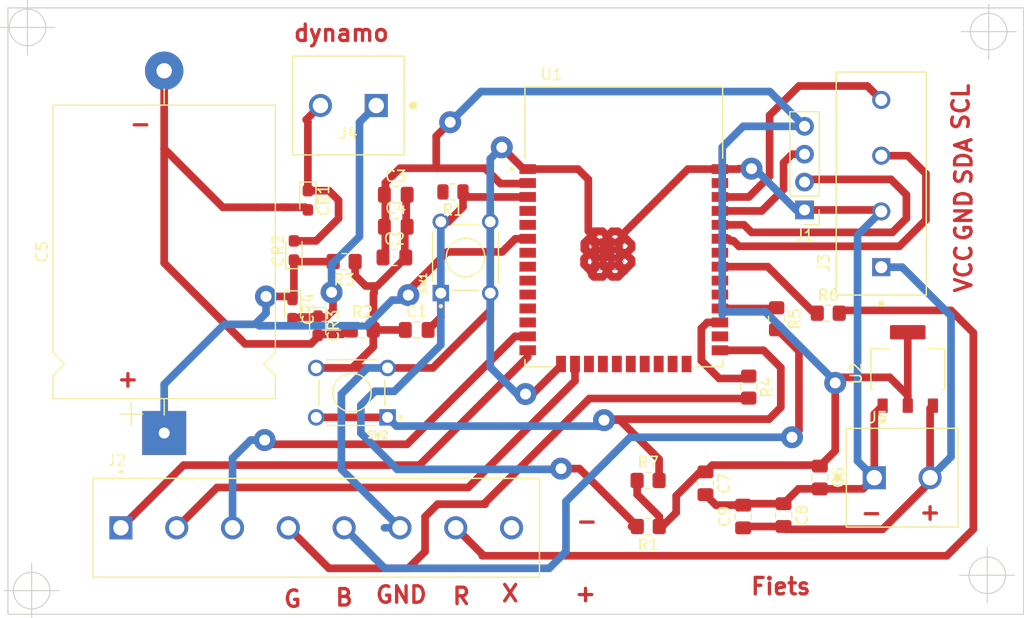
<source format=kicad_pcb>
(kicad_pcb (version 20211014) (generator pcbnew)
  (layers (0 "F.Cu" signal) (31 "B.Cu" signal) (34 "B.Paste" user) (35 "F.Paste" user) (36 "B.SilkS" user "B.Silkscreen") (37 "F.SilkS" user "F.Silkscreen") (38 "B.Mask" user) (39 "F.Mask" user) (44 "Edge.Cuts" user))
  (net 0 "")
  (net 1 "GND")
  (net 2 "Net-(C1-Pad2)")
  (net 3 "Net-(C5-Pad1)")
  (net 4 "Net-(C5-Pad2)")
  (net 5 "Net-(CR1-Pad1)")
  (net 6 "Net-(CR3-Pad1)")
  (net 7 "Net-(J1-Pad2)")
  (net 8 "Net-(J1-Pad3)")
  (net 9 "Net-(J2-Pad1)")
  (net 10 "Net-(J2-Pad2)")
  (net 11 "Net-(J2-Pad3)")
  (net 12 "Net-(J2-Pad4)")
  (net 13 "Net-(J2-Pad5)")
  (net 14 "Net-(J2-Pad7)")
  (net 16 "Net-(J3-Pad3)")
  (net 17 "Net-(J3-Pad4)")
  (net 18 "Net-(R1-Pad2)")
  (net 40 "+3V3")
  (net 41 "Net-(R7-Pad2)")
  (net 42 "Net-(R4-Pad1)")
  (net 43 "Net-(R5-Pad1)")
  (net 44 "Net-(R6-Pad1)")
  (net 45 "5V")
  (footprint "Diode_SMD:D_0603_1608Metric_Pad1.05x0.95mm_HandSolder" (layer "F.Cu") (at 147.701 44.958 -90)
    (fp_text reference "CR1")
    (fp_text value "1N4148W-TP")
  )
  (footprint "282837-4:TE_282837-4" (layer "F.Cu") (at 199.898 51.054 90)
    (fp_text reference "J3")
    (fp_text value "282837-4")
  )
  (footprint "Resistor_SMD:R_0805_2012Metric" (layer "F.Cu") (at 160.909 44.196 180)
    (fp_text reference "R1")
    (fp_text value "10k")
  )
  (footprint "libraries:SOT229P700X180-4N" (layer "F.Cu") (at 202.311 60.325 90)
    (fp_text reference "U2")
    (fp_text value "AMS1117")
  )
  (footprint "Resistor_SMD:R_0805_2012Metric_Pad1.20x1.40mm_HandSolder" (layer "F.Cu") (at 195.072 55.245)
    (fp_text reference "R6")
    (fp_text value "82")
  )
  (footprint "Capacitor_SMD:C_0805_2012Metric_Pad1.18x1.45mm_HandSolder" (layer "F.Cu") (at 187.325 73.7655 90)
    (fp_text reference "C9")
    (fp_text value "4.7u")
  )
  (footprint "Capacitor_SMD:C_0805_2012Metric_Pad1.18x1.45mm_HandSolder" (layer "F.Cu") (at 155.575 50.165)
    (fp_text reference "C2")
    (fp_text value "220u")
  )
  (footprint "Capacitor_THT:CP_Axial_L26.5mm_D20.0mm_P33.00mm_Horizontal" (layer "F.Cu") (at 134.62 66.159 90)
    (fp_text reference "C5")
    (fp_text value "1000µ")
  )
  (footprint "libraries:TE_282841-2" (layer "F.Cu") (at 151.384 36.322 180)
    (fp_text reference "J4")
    (fp_text value "282841-2")
  )
  (footprint "Diode_SMD:D_0603_1608Metric_Pad1.05x0.95mm_HandSolder" (layer "F.Cu") (at 146.304 54.864 -90)
    (fp_text reference "CR4")
    (fp_text value "1N4148W-TP")
  )
  (footprint "Capacitor_SMD:C_0805_2012Metric_Pad1.18x1.45mm_HandSolder" (layer "F.Cu") (at 155.702 44.45)
    (fp_text reference "C3")
    (fp_text value "22u")
  )
  (footprint "libraries:TE_282841-2" (layer "F.Cu") (at 201.803 70.231)
    (fp_text reference "J5")
    (fp_text value "282841-2")
  )
  (footprint "Capacitor_SMD:C_0805_2012Metric_Pad1.18x1.45mm_HandSolder" (layer "F.Cu") (at 157.607 56.769)
    (fp_text reference "C1")
    (fp_text value "1u")
  )
  (footprint "Capacitor_SMD:C_0805_2012Metric_Pad1.18x1.45mm_HandSolder" (layer "F.Cu") (at 183.896 70.739 -90)
    (fp_text reference "C7")
    (fp_text value "4.7u")
  )
  (footprint "Capacitor_SMD:C_0805_2012Metric_Pad1.18x1.45mm_HandSolder" (layer "F.Cu") (at 191.008 73.6385 -90)
    (fp_text reference "C8")
    (fp_text value "0.1u")
  )
  (footprint "Resistor_SMD:R_0805_2012Metric_Pad1.20x1.40mm_HandSolder" (layer "F.Cu") (at 178.689 74.676 180)
    (fp_text reference "R1")
    (fp_text value "10k")
  )
  (footprint "Resistor_SMD:R_0805_2012Metric_Pad1.20x1.40mm_HandSolder" (layer "F.Cu") (at 178.673 70.485)
    (fp_text reference "R7")
    (fp_text value "10k")
  )
  (footprint "Capacitor_SMD:C_0805_2012Metric_Pad1.18x1.45mm_HandSolder" (layer "F.Cu") (at 155.702 47.371)
    (fp_text reference "C4")
    (fp_text value "0.1u")
  )
  (footprint "Resistor_SMD:R_0805_2012Metric_Pad1.20x1.40mm_HandSolder" (layer "F.Cu") (at 190.373 55.753 -90)
    (fp_text reference "R5")
    (fp_text value "82")
  )
  (footprint "Resistor_SMD:R_0805_2012Metric_Pad1.20x1.40mm_HandSolder" (layer "F.Cu") (at 151.003 50.546 180)
    (fp_text reference "R3")
    (fp_text value "120")
  )
  (footprint "Diode_SMD:D_0603_1608Metric_Pad1.05x0.95mm_HandSolder" (layer "F.Cu") (at 148.59 56.388 -90)
    (fp_text reference "CR3")
    (fp_text value "1N4148W-TP")
  )
  (footprint "libraries:SW_1825910-6-4" (layer "F.Cu") (at 151.707 62.484 180)
    (fp_text reference "SW2")
    (fp_text value "BOOT")
  )
  (footprint "libraries:XCVR_ESP32-WROOM-32E_(16MB)" (layer "F.Cu") (at 176.4615 47.375)
    (fp_text reference "U1")
    (fp_text value "ESP32-WROOM-32E_(16MB)")
  )
  (footprint "Resistor_SMD:R_0805_2012Metric_Pad1.20x1.40mm_HandSolder" (layer "F.Cu") (at 187.833 61.976 -90)
    (fp_text reference "R4")
    (fp_text value "82")
  )
  (footprint "Resistor_SMD:R_0805_2012Metric_Pad1.20x1.40mm_HandSolder" (layer "F.Cu") (at 152.654 56.769)
    (fp_text reference "R2")
    (fp_text value "560")
  )
  (footprint "Diode_SMD:D_0603_1608Metric_Pad1.05x0.95mm_HandSolder" (layer "F.Cu") (at 146.431 49.53 90)
    (fp_text reference "CR2")
    (fp_text value "1N4148W-TP")
  )
  (footprint "Capacitor_SMD:C_0805_2012Metric_Pad1.18x1.45mm_HandSolder" (layer "F.Cu") (at 194.31 70.2095 -90)
    (fp_text reference "C6")
    (fp_text value "0.1u")
  )
  (footprint "libraries:TE_282841-8" (layer "F.Cu") (at 148.463 74.7945)
    (fp_text reference "J2")
    (fp_text value "R pinnen RGB strips")
  )
  (footprint "Connector_PinHeader_2.54mm:PinHeader_1x04_P2.54mm_Vertical" (layer "F.Cu") (at 192.913 45.837 180)
    (fp_text reference "J1")
    (fp_text value "Conn_01x04_Female")
  )
  (footprint "libraries:SW_1825910-6-4" (layer "F.Cu") (at 162.052 50.165 90)
    (fp_text reference "SW1")
    (fp_text value "ENABLE")
  )
  (gr_rect (start 120.396 27.432) (end 212.852 82.677) (layer "Edge.Cuts") (width 0.1) (fill none))
  (gr_text "VCC" (at 207.391 51.181 90) (layer "F.Cu") (effects (font (size 1.5 1.5) (thickness 0.3))))
  (gr_text "dynamo" (at 150.749 29.718) (layer "F.Cu") (effects (font (size 1.5 1.5) (thickness 0.3))))
  (gr_text "GND" (at 156.21 80.899) (layer "F.Cu") (effects (font (size 1.5 1.5) (thickness 0.3))))
  (gr_text "B" (at 151.003 81.153) (layer "F.Cu") (effects (font (size 1.5 1.5) (thickness 0.3))))
  (gr_text "-\n" (at 132.461 37.973) (layer "F.Cu") (effects (font (size 1.5 1.5) (thickness 0.3)) (justify mirror)))
  (gr_text "GND" (at 207.391 46.355 90) (layer "F.Cu") (effects (font (size 1.5 1.5) (thickness 0.3))))
  (gr_text "Fiets" (at 190.754 80.137) (layer "F.Cu") (effects (font (size 1.5 1.5) (thickness 0.3))))
  (gr_text "R" (at 161.671 81.026) (layer "F.Cu") (effects (font (size 1.5 1.5) (thickness 0.3))))
  (gr_text "SCL" (at 207.137 36.449 90) (layer "F.Cu") (effects (font (size 1.5 1.5) (thickness 0.3))))
  (gr_text "+" (at 131.318 61.214) (layer "F.Cu") (effects (font (size 1.5 1.5) (thickness 0.3)) (justify mirror)))
  (gr_text "+\n\n" (at 204.343 74.549) (layer "F.Cu") (effects (font (size 1.5 1.5) (thickness 0.3))))
  (gr_text "G" (at 146.304 81.28) (layer "F.Cu") (effects (font (size 1.5 1.5) (thickness 0.3))))
  (gr_text "SDA" (at 207.391 41.402 90) (layer "F.Cu") (effects (font (size 1.5 1.5) (thickness 0.3))))
  (gr_text "X" (at 166.116 80.772) (layer "F.Cu") (effects (font (size 1.5 1.5) (thickness 0.3)) (justify mirror)))
  (gr_text "-\n" (at 173.101 74.168) (layer "F.Cu") (effects (font (size 1.5 1.5) (thickness 0.3))))
  (gr_text "-\n" (at 199.009 73.406) (layer "F.Cu") (effects (font (size 1.5 1.5) (thickness 0.3))))
  (gr_text "+" (at 172.974 80.772) (layer "F.Cu") (effects (font (size 1.5 1.5) (thickness 0.3))))
  (target plus (at 209.677 29.591) (size 5) (width 0.1) (layer "Edge.Cuts"))
  (target plus (at 122.174 29.21) (size 5) (width 0.1) (layer "Edge.Cuts"))
  (target plus (at 122.555 80.518) (size 5) (width 0.1) (layer "Edge.Cuts"))
  (target plus (at 209.55 79.121) (size 5) (width 0.1) (layer "Edge.Cuts"))
  (segment (start 186.895 42.115) (end 185.2115 42.115) (width 0.7) (layer "F.Cu") (net 1))
  (segment (start 173.272241 48.435) (end 172.861989 48.845252) (width 0.7) (layer "F.Cu") (net 1))
  (segment (start 176.650759 49.835) (end 176.3615 49.835) (width 0.7) (layer "F.Cu") (net 1))
  (segment (start 173.64652 48.768) (end 174.625 48.768) (width 0.7) (layer "F.Cu") (net 1))
  (segment (start 199.761 45.837) (end 199.898 45.974) (width 0.7) (layer "F.Cu") (net 1))
  (segment (start 167.7115 42.115) (end 172.29 42.115) (width 0.7) (layer "F.Cu") (net 1))
  (segment (start 187.452 72.601) (end 187.325 72.728) (width 0.7) (layer "F.Cu") (net 1))
  (segment (start 191.008 72.601) (end 187.452 72.601) (width 0.7) (layer "F.Cu") (net 1))
  (segment (start 165.354 40.132) (end 167.337 42.115) (width 0.7) (layer "F.Cu") (net 1))
  (segment (start 176.3615 48.216452) (end 175.930537 47.785489) (width 0.7) (layer "F.Cu") (net 1))
  (segment (start 153.67 53.467) (end 153.7335 53.4035) (width 0.7) (layer "F.Cu") (net 1))
  (segment (start 175.26 50.05676) (end 175.26 51.03524) (width 0.7) (layer "F.Cu") (net 1))
  (segment (start 176.3615 51.235) (end 176.3615 51.524259) (width 0.7) (layer "F.Cu") (net 1))
  (segment (start 173.5615 51.7685) (end 173.5615 51.235) (width 0.7) (layer "F.Cu") (net 1))
  (segment (start 173.863 48.65976) (end 173.863 49.63824) (width 0.7) (layer "F.Cu") (net 1))
  (segment (start 194.31 71.247) (end 192.362 71.247) (width 0.7) (layer "F.Cu") (net 1))
  (segment (start 174.625 48.78676) (end 174.625 49.76524) (width 0.7) (layer "F.Cu") (net 1))
  (segment (start 173.272241 49.835) (end 173.5615 49.835) (width 0.7) (layer "F.Cu") (net 1))
  (segment (start 152.003 50.546) (end 152.003 51.8) (width 0.7) (layer "F.Cu") (net 1))
  (segment (start 188.33198 42.077127) (end 186.932873 42.077127) (width 0.7) (layer "F.Cu") (net 1))
  (segment (start 173.702511 47.785489) (end 173.5615 47.9265) (width 0.7) (layer "F.Cu") (net 1))
  (segment (start 173.272241 49.835) (end 172.847 50.260241) (width 0.7) (layer "F.Cu") (net 1))
  (segment (start 175.15176 50.165) (end 176.13024 50.165) (width 0.7) (layer "F.Cu") (net 1))
  (segment (start 174.9615 48.216452) (end 174.530537 47.785489) (width 0.7) (layer "F.Cu") (net 1))
  (segment (start 174.625 50.05676) (end 174.625 51.03524) (width 0.7) (layer "F.Cu") (net 1))
  (segment (start 172.861989 48.845252) (end 172.861989 49.424748) (width 0.7) (layer "F.Cu") (net 1))
  (segment (start 177.165 48.949241) (end 176.650759 48.435) (width 0.7) (layer "F.Cu") (net 1))
  (segment (start 154.009 52.7685) (end 156.6125 50.165) (width 0.7) (layer "F.Cu") (net 1))
  (segment (start 173.5615 48.435) (end 173.413662 48.435) (width 0.7) (layer "F.Cu") (net 1))
  (segment (start 175.26 48.65976) (end 175.26 49.63824) (width 0.7) (layer "F.Cu") (net 1))
  (segment (start 175.15176 48.768) (end 176.13024 48.768) (width 0.7) (layer "F.Cu") (net 1))
  (segment (start 156.652 47.371) (end 156.652 44.45) (width 0.7) (layer "F.Cu") (net 1))
  (segment (start 177.165 50.349241) (end 176.650759 49.835) (width 0.7) (layer "F.Cu") (net 1))
  (segment (start 186.932873 42.077127) (end 186.895 42.115) (width 0.7) (layer "F.Cu") (net 1))
  (segment (start 156.525 50.165) (end 156.525 47.498) (width 0.7) (layer "F.Cu") (net 1))
  (segment (start 184.8475 72.728) (end 183.896 71.7765) (width 0.7) (layer "F.Cu") (net 1))
  (segment (start 153.7335 52.7685) (end 154.009 52.7685) (width 0.7) (layer "F.Cu") (net 1))
  (segment (start 192.362 71.247) (end 191.008 72.601) (width 0.7) (layer "F.Cu") (net 1))
  (segment (start 176.3615 51.235) (end 176.650759 51.235) (width 0.7) (layer "F.Cu") (net 1))
  (segment (start 175.930537 47.785489) (end 175.392463 47.785489) (width 0.7) (layer "F.Cu") (net 1))
  (segment (start 174.530537 47.785489) (end 173.702511 47.785489) (width 0.7) (layer "F.Cu") (net 1))
  (segment (start 173.228 43.053) (end 173.228 47.752) (width 0.7) (layer "F.Cu") (net 1))
  (segment (start 199.263 70.231) (end 198.247 71.247) (width 0.7) (layer "F.Cu") (net 1))
  (segment (start 174.551248 51.934511) (end 173.727511 51.934511) (width 0.7) (layer "F.Cu") (net 1))
  (segment (start 174.9615 51.235) (end 174.9615 51.524259) (width 0.7) (layer "F.Cu") (net 1))
  (segment (start 156.525 47.498) (end 156.652 47.371) (width 0.7) (layer "F.Cu") (net 1))
  (segment (start 176.022 50.05676) (end 176.022 51.03524) (width 0.7) (layer "F.Cu") (net 1))
  (segment (start 173.75476 50.927) (end 174.73324 50.927) (width 0.7) (layer "F.Cu") (net 1))
  (segment (start 164.302 55.008) (end 164.302 53.415) (width 0.7) (layer "F.Cu") (net 1))
  (segment (start 177.165 49.320759) (end 177.165 48.949241) (width 0.7) (layer "F.Cu") (net 1))
  (segment (start 172.961989 49.383327) (end 173.413662 49.835) (width 0.7) (layer "F.Cu") (net 1))
  (segment (start 176.650759 51.235) (end 177.165 50.720759) (width 0.7) (layer "F.Cu") (net 1))
  (segment (start 173.75476 50.165) (end 174.73324 50.165) (width 0.7) (layer "F.Cu") (net 1))
  (segment (start 159.076 60.234) (end 164.302 55.008) (width 0.7) (layer "F.Cu") (net 1))
  (segment (start 168.148 62.611) (end 170.7465 60.0125) (width 0.7) (layer "F.Cu") (net 1))
  (segment (start 173.5615 47.9265) (end 173.5615 48.435) (width 0.7) (layer "F.Cu") (net 1))
  (segment (start 151.729 60.234) (end 149.134 60.234) (width 0.7) (layer "F.Cu") (net 1))
  (segment (start 170.7465 60.0125) (end 170.7465 59.875) (width 0.7) (layer "F.Cu") (net 1))
  (segment (start 182.294 42.115) (end 176.403 48.006) (width 0.7) (layer "F.Cu") (net 1))
  (segment (start 167.337 42.115) (end 167.7115 42.115) (width 0.7) (layer "F.Cu") (net 1))
  (segment (start 173.272241 51.235) (end 173.5615 51.235) (width 0.7) (layer "F.Cu") (net 1))
  (segment (start 154.957 60.234) (end 159.076 60.234) (width 0.7) (layer "F.Cu") (net 1))
  (segment (start 172.961989 48.815963) (end 173.992463 47.785489) (width 0.7) (layer "F.Cu") (net 1))
  (segment (start 175.392463 47.785489) (end 175.006 48.171952) (width 0.7) (layer "F.Cu") (net 1))
  (segment (start 176.022 48.65976) (end 176.022 49.63824) (width 0.7) (layer "F.Cu") (net 1))
  (segment (start 174.9615 51.524259) (end 174.551248 51.934511) (width 0.7) (layer "F.Cu") (net 1))
  (segment (start 176.650759 49.835) (end 177.165 49.320759) (width 0.7) (layer "F.Cu") (net 1))
  (segment (start 152.9715 52.7685) (end 153.7335 52.7685) (width 0.7) (layer "F.Cu") (net 1))
  (segment (start 175.006 48.171952) (end 175.006 48.435489) (width 0.7) (layer "F.Cu") (net 1))
  (segment (start 192.913 45.837) (end 199.761 45.837) (width 0.7) (layer "F.Cu") (net 1))
  (segment (start 172.847 50.260241) (end 172.847 50.809759) (width 0.7) (layer "F.Cu") (net 1))
  (segment (start 153.654 56.769) (end 153.654 58.309) (width 0.7) (layer "F.Cu") (net 1))
  (segment (start 173.413662 49.835) (end 173.5615 49.835) (width 0.7) (layer "F.Cu") (net 1))
  (segment (start 175.15176 50.927) (end 176.13024 50.927) (width 0.7) (layer "F.Cu") (net 1))
  (segment (start 198.247 71.247) (end 194.31 71.247) (width 0.7) (layer "F.Cu") (net 1))
  (segment (start 173.228 47.752) (end 173.482 48.006) (width 0.7) (layer "F.Cu") (net 1))
  (segment (start 153.67 56.753) (end 153.67 53.467) (width 0.7) (layer "F.Cu") (net 1))
  (segment (start 153.654 56.769) (end 153.67 56.753) (width 0.7) (layer "F.Cu") (net 1))
  (segment (start 173.413662 48.435) (end 172.961989 48.886673) (width 0.7) (layer "F.Cu") (net 1))
  (segment (start 172.961989 49.383327) (end 172.961989 48.815963) (width 0.7) (layer "F.Cu") (net 1))
  (segment (start 175.951248 51.934511) (end 175.371752 51.934511) (width 0.7) (layer "F.Cu") (net 1))
  (segment (start 154.957 60.234) (end 149.134 60.234) (width 0.7) (layer "F.Cu") (net 1))
  (segment (start 167.513 62.611) (end 168.148 62.611) (width 0.7) (layer "F.Cu") (net 1))
  (segment (start 187.325 72.728) (end 184.8475 72.728) (width 0.7) (layer "F.Cu") (net 1))
  (segment (start 175.15176 49.53) (end 176.13024 49.53) (width 0.7) (layer "F.Cu") (net 1))
  (segment (start 172.961989 48.886673) (end 172.961989 49.383327) (width 0.7) (layer "F.Cu") (net 1))
  (segment (start 200.021 63.67) (end 199.263 64.428) (width 0.7) (layer "F.Cu") (net 1))
  (segment (start 153.3125 56.603902) (end 153.3125 56.515) (width 0.7) (layer "F.Cu") (net 1))
  (segment (start 153.7335 53.4035) (end 153.7335 52.7685) (width 0.7) (layer "F.Cu") (net 1))
  (segment (start 153.654 58.309) (end 151.729 60.234) (width 0.7) (layer "F.Cu") (net 1))
  (segment (start 176.3615 48.435) (end 176.3615 48.216452) (width 0.7) (layer "F.Cu") (net 1))
  (segment (start 172.847 50.809759) (end 173.272241 51.235) (width 0.7) (layer "F.Cu") (net 1))
  (segment (start 176.3615 51.524259) (end 175.951248 51.934511) (width 0.7) (layer "F.Cu") (net 1))
  (segment (start 177.165 50.720759) (end 177.165 50.349241) (width 0.7) (layer "F.Cu") (net 1))
  (segment (start 153.654 56.769) (end 156.5695 56.769) (width 0.7) (layer "F.Cu") (net 1))
  (segment (start 172.29 42.115) (end 173.228 43.053) (width 0.7) (layer "F.Cu") (net 1))
  (segment (start 172.861989 49.424748) (end 173.272241 49.835) (width 0.7) (layer "F.Cu") (net 1))
  (segment (start 152.9715 52.7685) (end 152.003 51.8) (width 0.7) (layer "F.Cu") (net 1))
  (segment (start 173.75476 49.53) (end 174.73324 49.53) (width 0.7) (layer "F.Cu") (net 1))
  (segment (start 185.2115 42.115) (end 182.294 42.115) (width 0.7) (layer "F.Cu") (net 1))
  (segment (start 176.650759 48.435) (end 176.3615 48.435) (width 0.7) (layer "F.Cu") (net 1))
  (segment (start 175.371752 51.934511) (end 174.9615 51.524259) (width 0.7) (layer "F.Cu") (net 1))
  (segment (start 173.863 50.18376) (end 173.863 51.16224) (width 0.7) (layer "F.Cu") (net 1))
  (segment (start 199.263 64.428) (end 199.263 70.231) (width 0.7) (layer "F.Cu") (net 1))
  (segment (start 173.992463 47.785489) (end 174.530537 47.785489) (width 0.7) (layer "F.Cu") (net 1))
  (segment (start 173.5615 48.435) (end 173.272241 48.435) (width 0.7) (layer "F.Cu") (net 1))
  (segment (start 173.727511 51.934511) (end 173.5615 51.7685) (width 0.7) (layer "F.Cu") (net 1))
  (segment (start 149.134 60.234) (end 148.457 60.234) (width 0.7) (layer "F.Cu") (net 1))
  (via (at 165.354 40.132) (size 2) (drill 1) (layers "F.Cu" "B.Cu") (net 1))
  (via (at 167.513 62.611) (size 2) (drill 1) (layers "F.Cu" "B.Cu") (net 1))
  (via (at 188.087 42.077127) (size 2) (drill 1) (layers "F.Cu" "B.Cu") (net 1))
  (segment (start 150.749 62.611) (end 150.749 69.4605) (width 0.7) (layer "B.Cu") (net 1))
  (segment (start 197.739 68.707) (end 199.263 70.231) (width 0.7) (layer "B.Cu") (net 1))
  (segment (start 167.513 62.611) (end 166.751 62.611) (width 0.7) (layer "B.Cu") (net 1))
  (segment (start 199.898 45.974) (end 197.739 48.133) (width 0.7) (layer "B.Cu") (net 1))
  (segment (start 150.749 69.4605) (end 156.083 74.7945) (width 0.7) (layer "B.Cu") (net 1))
  (segment (start 156.305511 74.571989) (end 156.083 74.7945) (width 0.7) (layer "B.Cu") (net 1))
  (segment (start 164.302 46.915) (end 164.302 53.415) (width 0.7) (layer "B.Cu") (net 1))
  (segment (start 166.751 62.611) (end 164.302 60.162) (width 0.7) (layer "B.Cu") (net 1))
  (segment (start 192.141 45.837) (end 192.913 45.837) (width 0.7) (layer "B.Cu") (net 1))
  (segment (start 197.739 48.133) (end 197.739 68.707) (width 0.7) (layer "B.Cu") (net 1))
  (segment (start 154.957 60.234) (end 153.126 60.234) (width 0.7) (layer "B.Cu") (net 1))
  (segment (start 156.083 74.7945) (end 154.6775 74.7945) (width 0.7) (layer "B.Cu") (net 1))
  (segment (start 188.381127 42.077127) (end 192.141 45.837) (width 0.7) (layer "B.Cu") (net 1))
  (segment (start 153.126 60.234) (end 150.749 62.611) (width 0.7) (layer "B.Cu") (net 1))
  (segment (start 188.33198 42.077127) (end 188.381127 42.077127) (width 0.7) (layer "B.Cu") (net 1))
  (segment (start 164.302 60.162) (end 164.302 53.415) (width 0.7) (layer "B.Cu") (net 1))
  (segment (start 164.302 41.184) (end 164.302 46.915) (width 0.7) (layer "B.Cu") (net 1))
  (segment (start 165.354 40.132) (end 164.302 41.184) (width 0.7) (layer "B.Cu") (net 1))
  (segment (start 161.8215 44.196) (end 162.2805 44.655) (width 0.7) (layer "F.Cu") (net 2))
  (segment (start 162.2805 44.655) (end 167.7115 44.655) (width 0.7) (layer "F.Cu") (net 2))
  (segment (start 159.802 54.127) (end 159.802 53.415) (width 0.7) (layer "F.Cu") (net 2))
  (segment (start 159.802 53.415) (end 159.802 55.6115) (width 0.7) (layer "F.Cu") (net 2))
  (segment (start 177.165 74.676) (end 177.689 74.676) (width 0.7) (layer "F.Cu") (net 2))
  (segment (start 161.8215 44.196) (end 161.8215 45.5695) (width 0.7) (layer "F.Cu") (net 2))
  (segment (start 177.689 74.676) (end 172.4185 69.4055) (width 0.7) (layer "F.Cu") (net 2))
  (segment (start 172.4185 69.4055) (end 170.7515 69.4055) (width 0.7) (layer "F.Cu") (net 2))
  (segment (start 161.8215 45.5695) (end 160.476 46.915) (width 0.7) (layer "F.Cu") (net 2))
  (segment (start 160.476 46.915) (end 159.802 46.915) (width 0.7) (layer "F.Cu") (net 2))
  (segment (start 159.9965 46.7205) (end 159.802 46.915) (width 0.7) (layer "F.Cu") (net 2))
  (segment (start 159.802 55.6115) (end 158.6445 56.769) (width 0.7) (layer "F.Cu") (net 2))
  (via (at 170.7515 69.4055) (size 2) (drill 1) (layers "F.Cu" "B.Cu") (net 2))
  (segment (start 155.575 62.357) (end 159.802 58.13) (width 0.7) (layer "B.Cu") (net 2))
  (segment (start 152.527 66.167) (end 152.527 63.627) (width 0.7) (layer "B.Cu") (net 2))
  (segment (start 152.527 63.627) (end 153.797 62.357) (width 0.7) (layer "B.Cu") (net 2))
  (segment (start 159.802 46.915) (end 159.802 53.415) (width 0.7) (layer "B.Cu") (net 2))
  (segment (start 155.829 69.469) (end 152.527 66.167) (width 0.7) (layer "B.Cu") (net 2))
  (segment (start 153.797 62.357) (end 155.575 62.357) (width 0.7) (layer "B.Cu") (net 2))
  (segment (start 170.815 69.342) (end 170.7515 69.4055) (width 0.7) (layer "B.Cu") (net 2))
  (segment (start 170.688 69.469) (end 155.829 69.469) (width 0.7) (layer "B.Cu") (net 2))
  (segment (start 170.7515 69.4055) (end 170.688 69.469) (width 0.7) (layer "B.Cu") (net 2))
  (segment (start 159.802 58.13) (end 159.802 53.415) (width 0.7) (layer "B.Cu") (net 2))
  (segment (start 143.891 53.721) (end 146.036 53.721) (width 0.7) (layer "F.Cu") (net 3))
  (segment (start 165.390478 49.657) (end 166.582478 48.465) (width 0.7) (layer "F.Cu") (net 3))
  (segment (start 146.572 50.546) (end 146.431 50.405) (width 0.7) (layer "F.Cu") (net 3))
  (segment (start 160.401 49.657) (end 165.390478 49.657) (width 0.7) (layer "F.Cu") (net 3))
  (segment (start 146.431 53.862) (end 146.304 53.989) (width 0.7) (layer "F.Cu") (net 3))
  (segment (start 150.003 50.546) (end 146.572 50.546) (width 0.7) (layer "F.Cu") (net 3))
  (segment (start 166.582478 48.465) (end 167.7115 48.465) (width 0.7) (layer "F.Cu") (net 3))
  (segment (start 146.431 50.405) (end 146.431 53.862) (width 0.7) (layer "F.Cu") (net 3))
  (segment (start 146.036 53.721) (end 146.304 53.989) (width 0.7) (layer "F.Cu") (net 3))
  (segment (start 156.464 53.594) (end 160.401 49.657) (width 0.7) (layer "F.Cu") (net 3))
  (via (at 143.891 53.721) (size 2) (drill 1) (layers "F.Cu" "B.Cu") (net 3))
  (via (at 156.845 53.594) (size 2) (drill 1) (layers "F.Cu" "B.Cu") (net 3))
  (segment (start 143.129 56.261) (end 142.875 56.261) (width 0.7) (layer "B.Cu") (net 3))
  (segment (start 155.3725 54.0505) (end 153.035 56.388) (width 0.7) (layer "B.Cu") (net 3))
  (segment (start 156.464 54.0505) (end 155.3725 54.0505) (width 0.7) (layer "B.Cu") (net 3))
  (segment (start 140.081 56.261) (end 134.62 61.722) (width 0.7) (layer "B.Cu") (net 3))
  (segment (start 134.62 61.722) (end 134.62 66.159) (width 0.7) (layer "B.Cu") (net 3))
  (segment (start 153.035 56.388) (end 143.256 56.388) (width 0.7) (layer "B.Cu") (net 3))
  (segment (start 143.256 56.388) (end 143.129 56.261) (width 0.7) (layer "B.Cu") (net 3))
  (segment (start 143.891 55.245) (end 142.875 56.261) (width 0.7) (layer "B.Cu") (net 3))
  (segment (start 143.129 56.261) (end 140.081 56.261) (width 0.7) (layer "B.Cu") (net 3))
  (segment (start 143.891 53.721) (end 143.891 55.245) (width 0.7) (layer "B.Cu") (net 3))
  (segment (start 145.923 45.593) (end 145.415 45.593) (width 0.7) (layer "F.Cu") (net 4))
  (segment (start 145.415 45.593) (end 143.129 45.593) (width 0.7) (layer "F.Cu") (net 4))
  (segment (start 141.986 58.039) (end 141.605 57.658) (width 0.7) (layer "F.Cu") (net 4))
  (segment (start 134.62 50.673) (end 141.605 57.658) (width 0.7) (layer "F.Cu") (net 4))
  (segment (start 145.415 45.593) (end 147.461 45.593) (width 0.7) (layer "F.Cu") (net 4))
  (segment (start 141.605 57.658) (end 139.446 55.499) (width 0.7) (layer "F.Cu") (net 4))
  (segment (start 139.954 45.593) (end 134.62 40.259) (width 0.7) (layer "F.Cu") (net 4))
  (segment (start 134.62 40.259) (end 134.62 33.159) (width 0.7) (layer "F.Cu") (net 4))
  (segment (start 147.9805 58.039) (end 141.986 58.039) (width 0.7) (layer "F.Cu") (net 4))
  (segment (start 147.461 45.593) (end 147.701 45.833) (width 0.7) (layer "F.Cu") (net 4))
  (segment (start 151.4875 56.515) (end 150.827 57.1755) (width 0.7) (layer "F.Cu") (net 4))
  (segment (start 148.844 57.1755) (end 147.9805 58.039) (width 0.7) (layer "F.Cu") (net 4))
  (segment (start 143.129 45.593) (end 139.954 45.593) (width 0.7) (layer "F.Cu") (net 4))
  (segment (start 150.827 57.1755) (end 148.844 57.1755) (width 0.7) (layer "F.Cu") (net 4))
  (segment (start 134.62 40.259) (end 134.62 50.673) (width 0.7) (layer "F.Cu") (net 4))
  (segment (start 150.495 44.958) (end 149.62 44.083) (width 0.7) (layer "F.Cu") (net 5))
  (segment (start 148.449 48.655) (end 150.495 46.609) (width 0.7) (layer "F.Cu") (net 5))
  (segment (start 147.701 37.77) (end 147.5485 37.6175) (width 0.7) (layer "F.Cu") (net 5))
  (segment (start 150.495 46.609) (end 150.495 44.958) (width 0.7) (layer "F.Cu") (net 5))
  (segment (start 149.62 44.083) (end 147.701 44.083) (width 0.7) (layer "F.Cu") (net 5))
  (segment (start 146.431 48.655) (end 148.449 48.655) (width 0.7) (layer "F.Cu") (net 5))
  (segment (start 147.5485 37.6175) (end 148.844 36.322) (width 0.7) (layer "F.Cu") (net 5))
  (segment (start 147.701 44.083) (end 147.701 37.77) (width 0.7) (layer "F.Cu") (net 5))
  (segment (start 149.3775 55.6005) (end 148.844 55.6005) (width 0.7) (layer "F.Cu") (net 6))
  (segment (start 149.86 53.34) (end 149.987 53.467) (width 0.7) (layer "F.Cu") (net 6))
  (segment (start 146.970708 55.6005) (end 146.919708 55.6515) (width 0.7) (layer "F.Cu") (net 6))
  (segment (start 148.844 55.6005) (end 146.970708 55.6005) (width 0.7) (layer "F.Cu") (net 6))
  (segment (start 149.987 54.991) (end 149.3775 55.6005) (width 0.7) (layer "F.Cu") (net 6))
  (segment (start 146.919708 55.6515) (end 146.304 55.6515) (width 0.7) (layer "F.Cu") (net 6))
  (segment (start 149.987 53.467) (end 149.987 54.991) (width 0.7) (layer "F.Cu") (net 6))
  (via (at 149.86 53.34) (size 2) (drill 1) (layers "F.Cu" "B.Cu") (net 6))
  (segment (start 149.86 50.8) (end 152.4 48.26) (width 0.7) (layer "B.Cu") (net 6))
  (segment (start 152.4 37.846) (end 153.924 36.322) (width 0.7) (layer "B.Cu") (net 6))
  (segment (start 149.86 53.34) (end 149.86 50.8) (width 0.7) (layer "B.Cu") (net 6))
  (segment (start 152.4 48.26) (end 152.4 37.846) (width 0.7) (layer "B.Cu") (net 6))
  (segment (start 185.2115 47.195) (end 187.403 47.195) (width 0.7) (layer "F.Cu") (net 7))
  (segment (start 200.914 47.879) (end 202.184 46.609) (width 0.7) (layer "F.Cu") (net 7))
  (segment (start 200.787 43.053) (end 193.157 43.053) (width 0.7) (layer "F.Cu") (net 7))
  (segment (start 193.157 43.053) (end 192.913 43.297) (width 0.7) (layer "F.Cu") (net 7))
  (segment (start 202.184 46.609) (end 202.184 44.45) (width 0.7) (layer "F.Cu") (net 7))
  (segment (start 202.184 44.45) (end 200.787 43.053) (width 0.7) (layer "F.Cu") (net 7))
  (segment (start 187.403 47.195) (end 188.087 47.879) (width 0.7) (layer "F.Cu") (net 7))
  (segment (start 188.087 47.879) (end 200.914 47.879) (width 0.7) (layer "F.Cu") (net 7))
  (segment (start 191.008 43.942) (end 191.008 41.529) (width 0.7) (layer "F.Cu") (net 8))
  (segment (start 191.008 43.942) (end 189.025 45.925) (width 0.7) (layer "F.Cu") (net 8))
  (segment (start 191.78 40.757) (end 192.913 40.757) (width 0.7) (layer "F.Cu") (net 8))
  (segment (start 192.913 40.757) (end 192.796 40.64) (width 0.7) (layer "F.Cu") (net 8))
  (segment (start 189.025 45.925) (end 185.2115 45.925) (width 0.7) (layer "F.Cu") (net 8))
  (segment (start 191.008 41.529) (end 191.78 40.757) (width 0.7) (layer "F.Cu") (net 8))
  (segment (start 167.7115 59.2375) (end 157.861 69.088) (width 0.7) (layer "F.Cu") (net 9))
  (segment (start 157.861 69.088) (end 136.3895 69.088) (width 0.7) (layer "F.Cu") (net 9))
  (segment (start 136.3895 69.088) (end 130.683 74.7945) (width 0.7) (layer "F.Cu") (net 9))
  (segment (start 167.7115 58.625) (end 167.7115 59.2375) (width 0.7) (layer "F.Cu") (net 9))
  (segment (start 139.4375 71.12) (end 162.306 71.12) (width 0.7) (layer "F.Cu") (net 10))
  (segment (start 162.306 71.12) (end 172.0165 61.4095) (width 0.7) (layer "F.Cu") (net 10))
  (segment (start 172.0165 61.4095) (end 172.0165 59.875) (width 0.7) (layer "F.Cu") (net 10))
  (segment (start 135.763 74.7945) (end 139.4375 71.12) (width 0.7) (layer "F.Cu") (net 10))
  (segment (start 156.7335 67.183) (end 166.5615 57.355) (width 0.7) (layer "F.Cu") (net 11))
  (segment (start 166.5615 57.355) (end 167.7115 57.355) (width 0.7) (layer "F.Cu") (net 11))
  (segment (start 143.764 66.802) (end 144.145 67.183) (width 0.7) (layer "F.Cu") (net 11))
  (segment (start 144.145 67.183) (end 156.7335 67.183) (width 0.7) (layer "F.Cu") (net 11))
  (via (at 143.764 66.802) (size 2) (drill 1) (layers "F.Cu" "B.Cu") (net 11))
  (segment (start 143.764 66.802) (end 142.494 66.802) (width 0.7) (layer "B.Cu") (net 11))
  (segment (start 140.843 68.453) (end 140.843 74.7945) (width 0.7) (layer "B.Cu") (net 11))
  (segment (start 142.494 66.802) (end 140.843 68.453) (width 0.7) (layer "B.Cu") (net 11))
  (segment (start 163.83 72.517) (end 163.83 72.644) (width 0.7) (layer "F.Cu") (net 12))
  (segment (start 158.369 76.962) (end 156.845 78.486) (width 0.7) (layer "F.Cu") (net 12))
  (segment (start 163.83 72.644) (end 159.512 72.644) (width 0.7) (layer "F.Cu") (net 12))
  (segment (start 187.706 63.0155) (end 173.3315 63.0155) (width 0.7) (layer "F.Cu") (net 12))
  (segment (start 156.845 78.486) (end 149.6145 78.486) (width 0.7) (layer "F.Cu") (net 12))
  (segment (start 187.833 62.8885) (end 187.706 63.0155) (width 0.7) (layer "F.Cu") (net 12))
  (segment (start 159.512 72.644) (end 158.369 73.787) (width 0.7) (layer "F.Cu") (net 12))
  (segment (start 149.6145 78.486) (end 145.923 74.7945) (width 0.7) (layer "F.Cu") (net 12))
  (segment (start 173.3315 63.0155) (end 163.83 72.517) (width 0.7) (layer "F.Cu") (net 12))
  (segment (start 158.369 73.787) (end 158.369 76.962) (width 0.7) (layer "F.Cu") (net 12))
  (segment (start 190.373 56.6655) (end 192.405 58.6975) (width 0.7) (layer "F.Cu") (net 13))
  (segment (start 192.405 65.913) (end 191.77 66.548) (width 0.7) (layer "F.Cu") (net 13))
  (segment (start 192.405 58.6975) (end 192.405 65.913) (width 0.7) (layer "F.Cu") (net 13))
  (segment (start 191.77 66.548) (end 191.77 66.802) (width 0.7) (layer "F.Cu") (net 13))
  (via (at 191.77 66.548) (size 2) (drill 1) (layers "F.Cu" "B.Cu") (net 13))
  (segment (start 177.038 66.548) (end 172.0215 71.5645) (width 0.7) (layer "B.Cu") (net 13))
  (segment (start 171.196 72.39) (end 171.196 76.962) (width 0.7) (layer "B.Cu") (net 13))
  (segment (start 173.228 70.358) (end 172.0215 71.5645) (width 0.7) (layer "B.Cu") (net 13))
  (segment (start 172.0215 71.5645) (end 171.196 72.39) (width 0.7) (layer "B.Cu") (net 13))
  (segment (start 191.77 66.548) (end 177.038 66.548) (width 0.7) (layer "B.Cu") (net 13))
  (segment (start 171.196 76.962) (end 169.672 78.486) (width 0.7) (layer "B.Cu") (net 13))
  (segment (start 154.6945 78.486) (end 151.003 74.7945) (width 0.7) (layer "B.Cu") (net 13))
  (segment (start 169.672 78.486) (end 154.6945 78.486) (width 0.7) (layer "B.Cu") (net 13))
  (segment (start 196.072 55.245) (end 196.326 54.991) (width 0.7) (layer "F.Cu") (net 14))
  (segment (start 206.248 54.991) (end 208.28 57.023) (width 0.7) (layer "F.Cu") (net 14))
  (segment (start 196.326 54.991) (end 206.248 54.991) (width 0.7) (layer "F.Cu") (net 14))
  (segment (start 205.867 77.343) (end 163.576 77.343) (width 0.7) (layer "F.Cu") (net 14))
  (segment (start 163.576 77.2075) (end 161.163 74.7945) (width 0.7) (layer "F.Cu") (net 14))
  (segment (start 208.28 74.93) (end 205.867 77.343) (width 0.7) (layer "F.Cu") (net 14))
  (segment (start 163.576 77.343) (end 163.576 77.2075) (width 0.7) (layer "F.Cu") (net 14))
  (segment (start 208.28 57.023) (end 208.28 74.93) (width 0.7) (layer "F.Cu") (net 14))
  (segment (start 186.44652 48.65152) (end 186.944 49.149) (width 0.7) (layer "F.Cu") (net 16))
  (segment (start 202.311 40.894) (end 199.898 40.894) (width 0.7) (layer "F.Cu") (net 16))
  (segment (start 185.2115 48.465) (end 186.001897 48.465) (width 0.7) (layer "F.Cu") (net 16))
  (segment (start 186.188417 48.65152) (end 186.44652 48.65152) (width 0.7) (layer "F.Cu") (net 16))
  (segment (start 186.944 49.149) (end 201.549 49.149) (width 0.7) (layer "F.Cu") (net 16))
  (segment (start 203.962 42.545) (end 202.311 40.894) (width 0.7) (layer "F.Cu") (net 16))
  (segment (start 201.549 49.149) (end 203.962 46.736) (width 0.7) (layer "F.Cu") (net 16))
  (segment (start 186.001897 48.465) (end 186.188417 48.65152) (width 0.7) (layer "F.Cu") (net 16))
  (segment (start 203.962 46.736) (end 203.962 42.545) (width 0.7) (layer "F.Cu") (net 16))
  (segment (start 199.898 35.814) (end 198.628 34.544) (width 0.7) (layer "F.Cu") (net 17))
  (segment (start 198.628 34.544) (end 192.405 34.544) (width 0.7) (layer "F.Cu") (net 17))
  (segment (start 189.736511 37.212489) (end 189.736511 42.760378) (width 0.7) (layer "F.Cu") (net 17))
  (segment (start 187.841889 44.655) (end 185.2115 44.655) (width 0.7) (layer "F.Cu") (net 17))
  (segment (start 192.405 34.544) (end 189.736511 37.212489) (width 0.7) (layer "F.Cu") (net 17))
  (segment (start 189.736511 42.760378) (end 187.841889 44.655) (width 0.7) (layer "F.Cu") (net 17))
  (segment (start 154.752 50.038) (end 154.752 43.368) (width 0.7) (layer "F.Cu") (net 40))
  (segment (start 154.625 50.165) (end 154.752 50.038) (width 0.7) (layer "F.Cu") (net 40))
  (segment (start 159.512 42.037) (end 163.83 42.037) (width 0.7) (layer "F.Cu") (net 40))
  (segment (start 177.673 71.753598) (end 179.689 73.769598) (width 0.7) (layer "F.Cu") (net 40))
  (segment (start 163.83 42.037) (end 165.227 43.434) (width 0.7) (layer "F.Cu") (net 40))
  (segment (start 194.31 69.172) (end 194.226 69.088) (width 0.7) (layer "F.Cu") (net 40))
  (segment (start 183.896 69.7015) (end 183.4095 69.7015) (width 0.7) (layer "F.Cu") (net 40))
  (segment (start 165.227 43.434) (end 167.6625 43.434) (width 0.7) (layer "F.Cu") (net 40))
  (segment (start 200.66 61.087) (end 196.215 61.087) (width 0.7) (layer "F.Cu") (net 40))
  (segment (start 181.229 71.882) (end 181.229 73.406) (width 0.7) (layer "F.Cu") (net 40))
  (segment (start 195.707 67.775) (end 194.31 69.172) (width 0.7) (layer "F.Cu") (net 40))
  (segment (start 154.752 43.368) (end 156.083 42.037) (width 0.7) (layer "F.Cu") (net 40))
  (segment (start 177.673 70.485) (end 177.673 71.753598) (width 0.7) (layer "F.Cu") (net 40))
  (segment (start 167.6625 43.434) (end 167.7115 43.385) (width 0.7) (layer "F.Cu") (net 40))
  (segment (start 159.385 39.116) (end 159.385 41.91) (width 0.7) (layer "F.Cu") (net 40))
  (segment (start 156.083 42.037) (end 159.512 42.037) (width 0.7) (layer "F.Cu") (net 40))
  (segment (start 195.707 61.595) (end 195.707 67.775) (width 0.7) (layer "F.Cu") (net 40))
  (segment (start 179.959 74.676) (end 179.689 74.676) (width 0.7) (layer "F.Cu") (net 40))
  (segment (start 159.385 41.91) (end 159.512 42.037) (width 0.7) (layer "F.Cu") (net 40))
  (segment (start 183.4095 69.7015) (end 181.229 71.882) (width 0.7) (layer "F.Cu") (net 40))
  (segment (start 202.311 63.67) (end 202.311 62.738) (width 0.7) (layer "F.Cu") (net 40))
  (segment (start 196.215 61.087) (end 195.707 61.595) (width 0.7) (layer "F.Cu") (net 40))
  (segment (start 184.5095 69.088) (end 183.896 69.7015) (width 0.7) (layer "F.Cu") (net 40))
  (segment (start 202.311 62.738) (end 200.66 61.087) (width 0.7) (layer "F.Cu") (net 40))
  (segment (start 179.689 73.769598) (end 179.689 74.676) (width 0.7) (layer "F.Cu") (net 40))
  (segment (start 160.655 37.846) (end 159.385 39.116) (width 0.7) (layer "F.Cu") (net 40))
  (segment (start 181.229 73.406) (end 179.959 74.676) (width 0.7) (layer "F.Cu") (net 40))
  (segment (start 194.226 69.088) (end 184.5095 69.088) (width 0.7) (layer "F.Cu") (net 40))
  (segment (start 202.311 56.98) (end 202.311 63.67) (width 0.7) (layer "F.Cu") (net 40))
  (via (at 160.655 37.846) (size 2) (drill 1) (layers "F.Cu" "B.Cu") (net 40))
  (via (at 195.707 61.595) (size 2) (drill 1) (layers "F.Cu" "B.Cu") (net 40))
  (segment (start 195.707 61.468) (end 195.707 61.595) (width 0.7) (layer "B.Cu") (net 40))
  (segment (start 187.335 38.217) (end 185.42 40.132) (width 0.7) (layer "B.Cu") (net 40))
  (segment (start 185.42 40.132) (end 185.42 51.181) (width 0.7) (layer "B.Cu") (net 40))
  (segment (start 185.42 55.118) (end 185.42 51.181) (width 0.7) (layer "B.Cu") (net 40))
  (segment (start 185.42 51.181) (end 185.293 51.054) (width 0.7) (layer "B.Cu") (net 40))
  (segment (start 192.913 38.217) (end 187.335 38.217) (width 0.7) (layer "B.Cu") (net 40))
  (segment (start 189.357 55.118) (end 195.453 61.214) (width 0.7) (layer "B.Cu") (net 40))
  (segment (start 185.42 55.372) (end 185.42 55.118) (width 0.7) (layer "B.Cu") (net 40))
  (segment (start 189.748 35.052) (end 163.449 35.052) (width 0.7) (layer "B.Cu") (net 40))
  (segment (start 160.655 37.846) (end 160.782 37.973) (width 0.7) (layer "B.Cu") (net 40))
  (segment (start 161.036 37.465) (end 160.655 37.846) (width 0.7) (layer "B.Cu") (net 40))
  (segment (start 185.42 55.118) (end 189.357 55.118) (width 0.7) (layer "B.Cu") (net 40))
  (segment (start 195.453 61.214) (end 195.707 61.468) (width 0.7) (layer "B.Cu") (net 40))
  (segment (start 192.913 38.217) (end 189.748 35.052) (width 0.7) (layer "B.Cu") (net 40))
  (segment (start 163.449 35.052) (end 160.655 37.846) (width 0.7) (layer "B.Cu") (net 40))
  (segment (start 174.752 64.897) (end 174.661 64.988) (width 0.7) (layer "F.Cu") (net 41))
  (segment (start 189.181 58.625) (end 190.754 60.198) (width 0.7) (layer "F.Cu") (net 41))
  (segment (start 190.754 63.8175) (end 189.6745 64.897) (width 0.7) (layer "F.Cu") (net 41))
  (segment (start 148.457 64.734) (end 154.957 64.734) (width 0.7) (layer "F.Cu") (net 41))
  (segment (start 179.673 68.548) (end 179.673 70.485) (width 0.7) (layer "F.Cu") (net 41))
  (segment (start 176.113 64.988) (end 179.673 68.548) (width 0.7) (layer "F.Cu") (net 41))
  (segment (start 174.661 64.988) (end 176.113 64.988) (width 0.7) (layer "F.Cu") (net 41))
  (segment (start 189.6745 64.897) (end 174.752 64.897) (width 0.7) (layer "F.Cu") (net 41))
  (segment (start 190.754 60.198) (end 190.754 63.8175) (width 0.7) (layer "F.Cu") (net 41))
  (segment (start 185.2115 58.625) (end 189.181 58.625) (width 0.7) (layer "F.Cu") (net 41))
  (via (at 174.661 64.988) (size 2) (drill 1) (layers "F.Cu" "B.Cu") (net 41))
  (segment (start 174.117 65.532) (end 174.661 64.988) (width 0.7) (layer "B.Cu") (net 41))
  (segment (start 154.957 64.734) (end 155.755 65.532) (width 0.7) (layer "B.Cu") (net 41))
  (segment (start 155.755 65.532) (end 174.117 65.532) (width 0.7) (layer "B.Cu") (net 41))
  (segment (start 174.661 64.988) (end 174.752 64.897) (width 0.7) (layer "B.Cu") (net 41))
  (segment (start 183.515 59.563) (end 185.1425 61.1905) (width 0.7) (layer "F.Cu") (net 42))
  (segment (start 183.515 56.6315) (end 183.515 59.563) (width 0.7) (layer "F.Cu") (net 42))
  (segment (start 187.706 61.1905) (end 187.833 61.0635) (width 0.7) (layer "F.Cu") (net 42))
  (segment (start 184.0615 56.085) (end 183.515 56.6315) (width 0.7) (layer "F.Cu") (net 42))
  (segment (start 185.1425 61.1905) (end 187.706 61.1905) (width 0.7) (layer "F.Cu") (net 42))
  (segment (start 185.2115 56.085) (end 184.0615 56.085) (width 0.7) (layer "F.Cu") (net 42))
  (segment (start 190.373 54.8405) (end 190.3475 54.815) (width 0.7) (layer "F.Cu") (net 43))
  (segment (start 190.3475 54.815) (end 185.2115 54.815) (width 0.7) (layer "F.Cu") (net 43))
  (segment (start 194.072 55.245) (end 193.802 55.245) (width 0.7) (layer "F.Cu") (net 44))
  (segment (start 189.562 51.005) (end 185.2115 51.005) (width 0.7) (layer "F.Cu") (net 44))
  (segment (start 193.802 55.245) (end 189.562 51.005) (width 0.7) (layer "F.Cu") (net 44))
  (segment (start 191.008 74.676) (end 187.452 74.676) (width 0.7) (layer "F.Cu") (net 45))
  (segment (start 200.025 74.93) (end 204.343 70.612) (width 0.7) (layer "F.Cu") (net 45))
  (segment (start 204.343 70.612) (end 204.343 70.231) (width 0.7) (layer "F.Cu") (net 45))
  (segment (start 191.008 74.676) (end 191.262 74.93) (width 0.7) (layer "F.Cu") (net 45))
  (segment (start 204.601 63.67) (end 204.343 63.928) (width 0.7) (layer "F.Cu") (net 45))
  (segment (start 191.262 74.93) (end 200.025 74.93) (width 0.7) (layer "F.Cu") (net 45))
  (segment (start 204.343 63.928) (end 204.343 70.231) (width 0.7) (layer "F.Cu") (net 45))
  (segment (start 187.452 74.676) (end 187.325 74.803) (width 0.7) (layer "F.Cu") (net 45))
  (segment (start 206.248 55.499) (end 206.248 68.326) (width 0.7) (layer "B.Cu") (net 45))
  (segment (start 201.803 51.054) (end 206.248 55.499) (width 0.7) (layer "B.Cu") (net 45))
  (segment (start 206.248 68.326) (end 204.343 70.231) (width 0.7) (layer "B.Cu") (net 45))
  (segment (start 199.898 51.054) (end 201.803 51.054) (width 0.7) (layer "B.Cu") (net 45))
)
</source>
